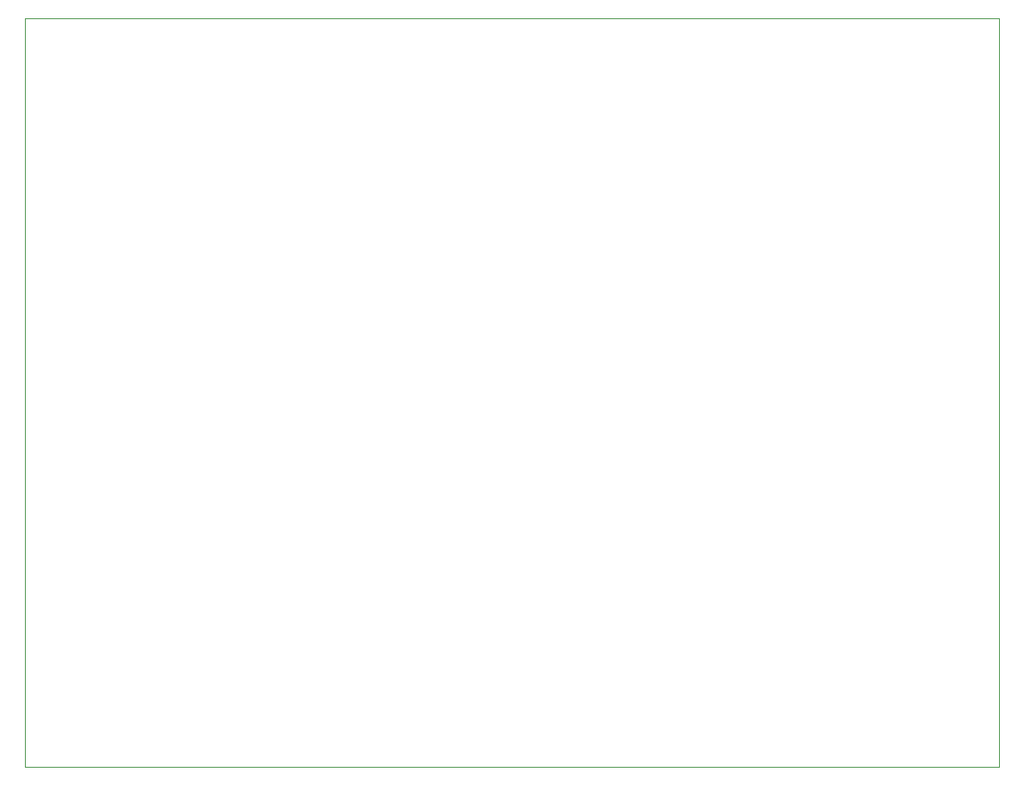
<source format=gm1>
%TF.GenerationSoftware,KiCad,Pcbnew,(5.1.9)-1*%
%TF.CreationDate,2021-04-18T19:10:53+08:00*%
%TF.ProjectId,ISOISOISO,49534f49-534f-4495-934f-2e6b69636164,rev?*%
%TF.SameCoordinates,Original*%
%TF.FileFunction,Profile,NP*%
%FSLAX46Y46*%
G04 Gerber Fmt 4.6, Leading zero omitted, Abs format (unit mm)*
G04 Created by KiCad (PCBNEW (5.1.9)-1) date 2021-04-18 19:10:53*
%MOMM*%
%LPD*%
G01*
G04 APERTURE LIST*
%TA.AperFunction,Profile*%
%ADD10C,0.050000*%
%TD*%
G04 APERTURE END LIST*
D10*
X28575000Y-98425000D02*
X127793750Y-98425000D01*
X28575000Y-22225000D02*
X28575000Y-98425000D01*
X127793750Y-98425000D02*
X127793750Y-22225000D01*
X28575000Y-22225000D02*
X127793750Y-22225000D01*
M02*

</source>
